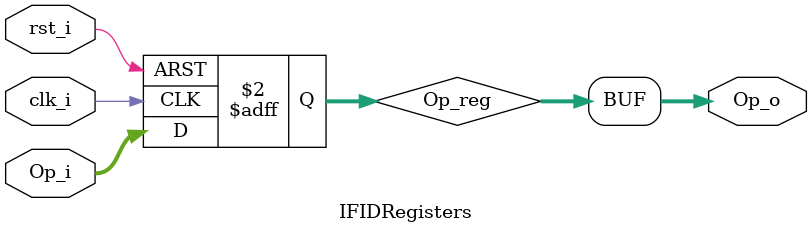
<source format=v>
module IFIDRegisters
(
    clk_i,
    rst_i,
    Op_i,
    Op_o 
);

    input clk_i;
    input rst_i;
    input[31:0] Op_i;
    output[31:0] Op_o;
    reg[31:0] Op_reg;

    assign Op_o = Op_reg;
    always@(posedge clk_i or posedge rst_i) begin
        if (rst_i) begin
            Op_reg <= {32{1'b0}};
        end
        else begin
            Op_reg <= Op_i;
        end
    end

endmodule
</source>
